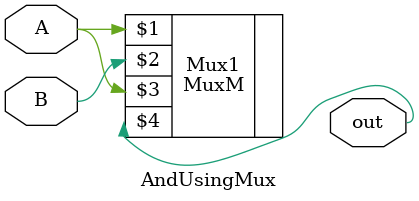
<source format=v>
`timescale 1ns / 1ps
module AndUsingMux(input A, B, output out
    );
	parameter M1= 0;
	defparam Mux1.M = M1;
	MuxM Mux1(A, B, A, out);

endmodule

</source>
